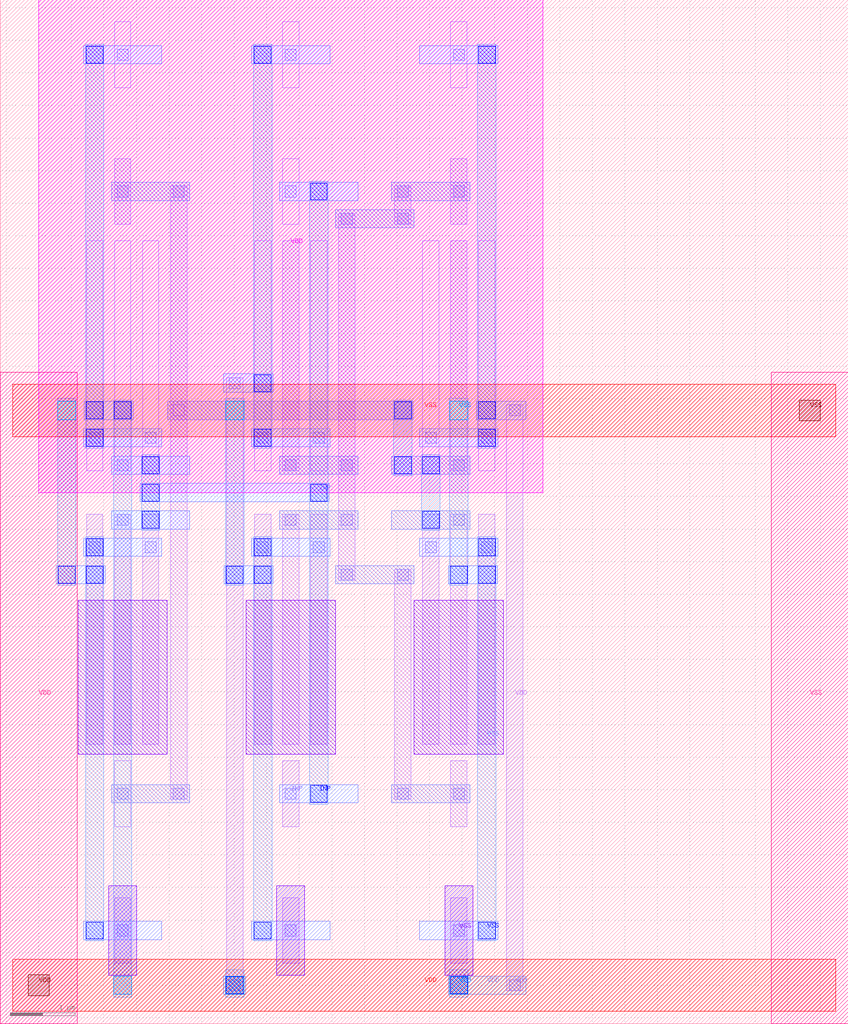
<source format=lef>
VERSION 5.7 ;
  NOWIREEXTENSIONATPIN ON ;
  DIVIDERCHAR "/" ;
  BUSBITCHARS "[]" ;
MACRO RING_OSCILLATOR
  CLASS BLOCK ;
  FOREIGN RING_OSCILLATOR ;
  ORIGIN 0.590 0.590 ;
  SIZE 13.020 BY 15.710 ;
  PIN VDD
    ANTENNADIFFAREA 3.910200 ;
    PORT
      LAYER nwell ;
        RECT 0.000 7.560 7.740 15.120 ;
      LAYER li1 ;
        RECT 1.165 13.775 1.415 14.785 ;
        RECT 3.745 13.775 3.995 14.785 ;
        RECT 6.325 13.775 6.575 14.785 ;
        RECT 0.735 7.895 0.985 11.425 ;
        RECT 1.595 7.895 1.845 11.425 ;
        RECT 2.885 -0.085 3.135 9.325 ;
        RECT 3.315 7.895 3.565 11.425 ;
        RECT 4.175 7.895 4.425 11.425 ;
        RECT 5.895 7.895 6.145 11.425 ;
        RECT 6.755 7.895 7.005 11.425 ;
        RECT 7.185 -0.085 7.435 8.905 ;
      LAYER mcon ;
        RECT 1.205 14.195 1.375 14.365 ;
        RECT 3.785 14.195 3.955 14.365 ;
        RECT 6.365 14.195 6.535 14.365 ;
        RECT 0.775 8.315 0.945 8.485 ;
        RECT 1.635 8.315 1.805 8.485 ;
        RECT 2.925 9.155 3.095 9.325 ;
        RECT 3.355 8.315 3.525 8.485 ;
        RECT 4.215 8.315 4.385 8.485 ;
        RECT 5.935 8.315 6.105 8.485 ;
        RECT 6.795 8.315 6.965 8.485 ;
        RECT 7.225 8.735 7.395 8.905 ;
        RECT 2.925 -0.085 3.095 0.085 ;
        RECT 7.225 -0.085 7.395 0.085 ;
      LAYER met1 ;
        RECT 0.690 14.140 1.890 14.420 ;
        RECT 3.270 14.140 4.470 14.420 ;
        RECT 5.850 14.140 7.050 14.420 ;
        RECT 2.840 9.100 3.600 9.380 ;
        RECT 0.700 8.680 1.450 8.960 ;
        RECT 6.720 8.680 7.480 8.960 ;
        RECT 0.690 8.260 1.890 8.540 ;
        RECT 3.270 8.260 4.470 8.540 ;
        RECT 5.850 8.260 7.050 8.540 ;
        RECT 2.840 -0.140 3.180 0.140 ;
        RECT 6.290 -0.140 7.480 0.140 ;
      LAYER via ;
        RECT 0.730 14.150 0.990 14.410 ;
        RECT 3.310 14.150 3.570 14.410 ;
        RECT 6.750 14.150 7.010 14.410 ;
        RECT 3.310 9.110 3.570 9.370 ;
        RECT 0.730 8.690 0.990 8.950 ;
        RECT 1.160 8.690 1.420 8.950 ;
        RECT 6.750 8.690 7.010 8.950 ;
        RECT 0.730 8.270 0.990 8.530 ;
        RECT 3.310 8.270 3.570 8.530 ;
        RECT 6.750 8.270 7.010 8.530 ;
        RECT 2.880 -0.130 3.140 0.130 ;
        RECT 6.320 -0.130 6.580 0.130 ;
      LAYER met2 ;
        RECT 0.720 8.240 1.000 14.440 ;
        RECT 1.150 -0.185 1.430 8.980 ;
        RECT 3.300 8.240 3.580 14.440 ;
        RECT 6.740 8.240 7.020 14.440 ;
        RECT 2.870 -0.185 3.150 0.240 ;
        RECT 6.310 -0.185 6.590 0.240 ;
      LAYER via2 ;
        RECT 1.150 -0.140 1.430 0.140 ;
        RECT 2.870 -0.140 3.150 0.140 ;
        RECT 6.310 -0.140 6.590 0.140 ;
      LAYER met3 ;
        RECT -0.400 -0.400 12.240 0.400 ;
      LAYER via3 ;
        RECT -0.160 -0.160 0.160 0.160 ;
      LAYER met4 ;
        RECT -0.590 -0.590 0.590 9.410 ;
    END
  END VDD
  PIN VSS
    ANTENNADIFFAREA 3.910200 ;
    PORT
      LAYER pwell ;
        RECT 1.075 0.150 1.505 1.530 ;
        RECT 3.655 0.150 4.085 1.530 ;
        RECT 6.235 0.150 6.665 1.530 ;
      LAYER li1 ;
        RECT 0.735 3.695 0.985 7.225 ;
        RECT 1.595 3.695 1.845 7.225 ;
        RECT 3.315 3.695 3.565 7.225 ;
        RECT 4.175 3.695 4.425 7.225 ;
        RECT 5.895 3.695 6.145 7.225 ;
        RECT 6.755 3.695 7.005 7.225 ;
        RECT 1.165 0.335 1.415 1.345 ;
        RECT 3.745 0.335 3.995 1.345 ;
        RECT 6.325 0.335 6.575 1.345 ;
      LAYER mcon ;
        RECT 0.775 6.635 0.945 6.805 ;
        RECT 1.635 6.635 1.805 6.805 ;
        RECT 3.355 6.635 3.525 6.805 ;
        RECT 4.215 6.635 4.385 6.805 ;
        RECT 5.935 6.635 6.105 6.805 ;
        RECT 6.795 6.635 6.965 6.805 ;
        RECT 1.205 0.755 1.375 0.925 ;
        RECT 3.785 0.755 3.955 0.925 ;
        RECT 6.365 0.755 6.535 0.925 ;
      LAYER met1 ;
        RECT 0.690 6.580 1.890 6.860 ;
        RECT 3.270 6.580 4.470 6.860 ;
        RECT 5.850 6.580 7.050 6.860 ;
        RECT 0.270 6.160 1.020 6.440 ;
        RECT 2.850 6.160 3.600 6.440 ;
        RECT 6.290 6.160 7.040 6.440 ;
        RECT 0.690 0.700 1.890 0.980 ;
        RECT 3.270 0.700 4.470 0.980 ;
        RECT 5.850 0.700 7.050 0.980 ;
      LAYER via ;
        RECT 0.730 6.590 0.990 6.850 ;
        RECT 3.310 6.590 3.570 6.850 ;
        RECT 6.750 6.590 7.010 6.850 ;
        RECT 0.300 6.170 0.560 6.430 ;
        RECT 0.730 6.170 0.990 6.430 ;
        RECT 2.880 6.170 3.140 6.430 ;
        RECT 3.310 6.170 3.570 6.430 ;
        RECT 6.320 6.170 6.580 6.430 ;
        RECT 6.750 6.170 7.010 6.430 ;
        RECT 0.730 0.710 0.990 0.970 ;
        RECT 3.310 0.710 3.570 0.970 ;
        RECT 6.750 0.710 7.010 0.970 ;
      LAYER met2 ;
        RECT 0.290 6.140 0.570 9.005 ;
        RECT 0.720 0.680 1.000 6.880 ;
        RECT 2.870 6.140 3.150 9.005 ;
        RECT 3.300 0.680 3.580 6.880 ;
        RECT 6.310 6.140 6.590 9.005 ;
        RECT 6.740 0.680 7.020 6.880 ;
      LAYER via2 ;
        RECT 0.290 8.680 0.570 8.960 ;
        RECT 2.870 8.680 3.150 8.960 ;
        RECT 6.310 8.680 6.590 8.960 ;
      LAYER met3 ;
        RECT -0.400 8.420 12.240 9.220 ;
      LAYER via3 ;
        RECT 11.680 8.660 12.000 8.980 ;
      LAYER met4 ;
        RECT 11.250 -0.590 12.430 9.410 ;
    END
  END VSS
  PIN INP
    ANTENNAGATEAREA 1.260000 ;
    ANTENNADIFFAREA 1.176000 ;
    PORT
      LAYER li1 ;
        RECT 3.745 11.675 3.995 12.685 ;
        RECT 1.165 7.895 1.415 11.425 ;
        RECT 1.165 3.695 1.415 7.225 ;
        RECT 3.745 2.435 3.995 3.445 ;
      LAYER mcon ;
        RECT 3.785 12.095 3.955 12.265 ;
        RECT 1.205 7.895 1.375 8.065 ;
        RECT 1.205 7.055 1.375 7.225 ;
        RECT 3.785 2.855 3.955 3.025 ;
      LAYER met1 ;
        RECT 3.700 12.040 4.900 12.320 ;
        RECT 1.120 7.840 2.320 8.120 ;
        RECT 1.560 7.420 4.460 7.700 ;
        RECT 1.120 7.000 2.320 7.280 ;
        RECT 3.700 2.800 4.900 3.080 ;
      LAYER via ;
        RECT 4.170 12.050 4.430 12.310 ;
        RECT 1.590 7.850 1.850 8.110 ;
        RECT 1.590 7.430 1.850 7.690 ;
        RECT 4.170 7.430 4.430 7.690 ;
        RECT 1.590 7.010 1.850 7.270 ;
        RECT 4.170 2.810 4.430 3.070 ;
      LAYER met2 ;
        RECT 1.580 6.980 1.860 8.140 ;
        RECT 4.160 2.780 4.440 12.340 ;
    END
  END INP
  OBS
      LAYER pwell ;
        RECT 0.605 3.545 1.975 5.905 ;
        RECT 3.185 3.545 4.555 5.905 ;
        RECT 5.765 3.545 7.135 5.905 ;
      LAYER li1 ;
        RECT 1.165 11.675 1.415 12.685 ;
        RECT 1.165 2.435 1.415 3.445 ;
        RECT 2.025 2.855 2.275 12.265 ;
        RECT 3.745 7.895 3.995 11.425 ;
        RECT 3.745 3.695 3.995 7.225 ;
        RECT 4.605 6.215 4.855 11.845 ;
        RECT 5.465 11.675 5.715 12.265 ;
        RECT 6.325 11.675 6.575 12.685 ;
        RECT 6.325 7.895 6.575 11.425 ;
        RECT 5.465 2.855 5.715 6.385 ;
        RECT 6.325 3.695 6.575 7.225 ;
        RECT 6.325 2.435 6.575 3.445 ;
      LAYER mcon ;
        RECT 1.205 12.095 1.375 12.265 ;
        RECT 2.065 12.095 2.235 12.265 ;
        RECT 5.505 12.095 5.675 12.265 ;
        RECT 4.645 11.675 4.815 11.845 ;
        RECT 5.505 11.675 5.675 11.845 ;
        RECT 6.365 12.095 6.535 12.265 ;
        RECT 2.065 8.735 2.235 8.905 ;
        RECT 1.205 2.855 1.375 3.025 ;
        RECT 3.785 7.895 3.955 8.065 ;
        RECT 4.645 7.895 4.815 8.065 ;
        RECT 6.365 7.895 6.535 8.065 ;
        RECT 3.785 7.055 3.955 7.225 ;
        RECT 4.645 7.055 4.815 7.225 ;
        RECT 6.365 7.055 6.535 7.225 ;
        RECT 4.645 6.215 4.815 6.385 ;
        RECT 5.505 6.215 5.675 6.385 ;
        RECT 2.065 2.855 2.235 3.025 ;
        RECT 5.505 2.855 5.675 3.025 ;
        RECT 6.365 2.855 6.535 3.025 ;
      LAYER met1 ;
        RECT 1.120 12.040 2.320 12.320 ;
        RECT 5.420 12.040 6.620 12.320 ;
        RECT 4.560 11.620 5.760 11.900 ;
        RECT 1.980 8.680 5.750 8.960 ;
        RECT 3.700 7.840 4.900 8.120 ;
        RECT 5.420 7.840 6.620 8.120 ;
        RECT 3.700 7.000 4.900 7.280 ;
        RECT 5.420 7.000 6.620 7.280 ;
        RECT 4.560 6.160 5.760 6.440 ;
        RECT 1.120 2.800 2.320 3.080 ;
        RECT 5.420 2.800 6.620 3.080 ;
      LAYER via ;
        RECT 5.460 8.690 5.720 8.950 ;
        RECT 5.460 7.850 5.720 8.110 ;
        RECT 5.890 7.850 6.150 8.110 ;
        RECT 5.890 7.010 6.150 7.270 ;
      LAYER met2 ;
        RECT 5.450 7.820 5.730 8.980 ;
        RECT 5.880 6.980 6.160 8.140 ;
  END
END RING_OSCILLATOR
END LIBRARY


</source>
